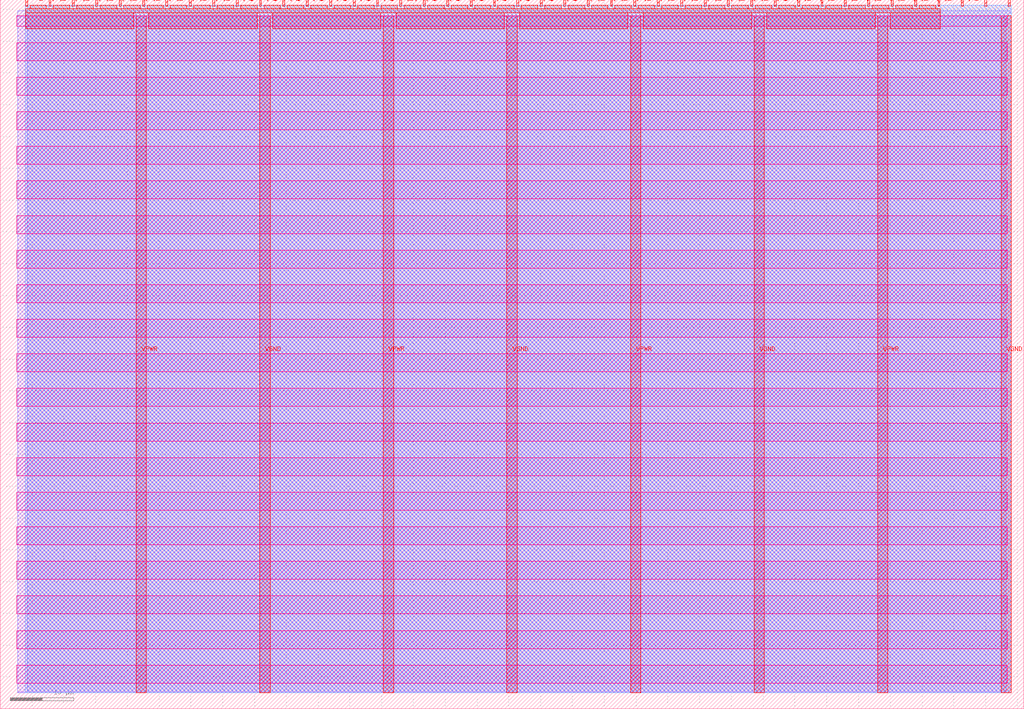
<source format=lef>
VERSION 5.7 ;
  NOWIREEXTENSIONATPIN ON ;
  DIVIDERCHAR "/" ;
  BUSBITCHARS "[]" ;
MACRO tt_um_wallace_hhrb98
  CLASS BLOCK ;
  FOREIGN tt_um_wallace_hhrb98 ;
  ORIGIN 0.000 0.000 ;
  SIZE 161.000 BY 111.520 ;
  PIN VGND
    DIRECTION INOUT ;
    USE GROUND ;
    PORT
      LAYER met4 ;
        RECT 40.830 2.480 42.430 109.040 ;
    END
    PORT
      LAYER met4 ;
        RECT 79.700 2.480 81.300 109.040 ;
    END
    PORT
      LAYER met4 ;
        RECT 118.570 2.480 120.170 109.040 ;
    END
    PORT
      LAYER met4 ;
        RECT 157.440 2.480 159.040 109.040 ;
    END
  END VGND
  PIN VPWR
    DIRECTION INOUT ;
    USE POWER ;
    PORT
      LAYER met4 ;
        RECT 21.395 2.480 22.995 109.040 ;
    END
    PORT
      LAYER met4 ;
        RECT 60.265 2.480 61.865 109.040 ;
    END
    PORT
      LAYER met4 ;
        RECT 99.135 2.480 100.735 109.040 ;
    END
    PORT
      LAYER met4 ;
        RECT 138.005 2.480 139.605 109.040 ;
    END
  END VPWR
  PIN clk
    DIRECTION INPUT ;
    USE SIGNAL ;
    PORT
      LAYER met4 ;
        RECT 154.870 110.520 155.170 111.520 ;
    END
  END clk
  PIN ena
    DIRECTION INPUT ;
    USE SIGNAL ;
    PORT
      LAYER met4 ;
        RECT 158.550 110.520 158.850 111.520 ;
    END
  END ena
  PIN rst_n
    DIRECTION INPUT ;
    USE SIGNAL ;
    PORT
      LAYER met4 ;
        RECT 151.190 110.520 151.490 111.520 ;
    END
  END rst_n
  PIN ui_in[0]
    DIRECTION INPUT ;
    USE SIGNAL ;
    ANTENNAGATEAREA 0.126000 ;
    PORT
      LAYER met4 ;
        RECT 147.510 110.520 147.810 111.520 ;
    END
  END ui_in[0]
  PIN ui_in[1]
    DIRECTION INPUT ;
    USE SIGNAL ;
    ANTENNAGATEAREA 0.213000 ;
    PORT
      LAYER met4 ;
        RECT 143.830 110.520 144.130 111.520 ;
    END
  END ui_in[1]
  PIN ui_in[2]
    DIRECTION INPUT ;
    USE SIGNAL ;
    ANTENNAGATEAREA 0.159000 ;
    PORT
      LAYER met4 ;
        RECT 140.150 110.520 140.450 111.520 ;
    END
  END ui_in[2]
  PIN ui_in[3]
    DIRECTION INPUT ;
    USE SIGNAL ;
    ANTENNAGATEAREA 0.213000 ;
    PORT
      LAYER met4 ;
        RECT 136.470 110.520 136.770 111.520 ;
    END
  END ui_in[3]
  PIN ui_in[4]
    DIRECTION INPUT ;
    USE SIGNAL ;
    ANTENNAGATEAREA 0.213000 ;
    PORT
      LAYER met4 ;
        RECT 132.790 110.520 133.090 111.520 ;
    END
  END ui_in[4]
  PIN ui_in[5]
    DIRECTION INPUT ;
    USE SIGNAL ;
    ANTENNAGATEAREA 0.159000 ;
    PORT
      LAYER met4 ;
        RECT 129.110 110.520 129.410 111.520 ;
    END
  END ui_in[5]
  PIN ui_in[6]
    DIRECTION INPUT ;
    USE SIGNAL ;
    ANTENNAGATEAREA 0.213000 ;
    PORT
      LAYER met4 ;
        RECT 125.430 110.520 125.730 111.520 ;
    END
  END ui_in[6]
  PIN ui_in[7]
    DIRECTION INPUT ;
    USE SIGNAL ;
    ANTENNAGATEAREA 0.213000 ;
    PORT
      LAYER met4 ;
        RECT 121.750 110.520 122.050 111.520 ;
    END
  END ui_in[7]
  PIN uio_in[0]
    DIRECTION INPUT ;
    USE SIGNAL ;
    PORT
      LAYER met4 ;
        RECT 118.070 110.520 118.370 111.520 ;
    END
  END uio_in[0]
  PIN uio_in[1]
    DIRECTION INPUT ;
    USE SIGNAL ;
    PORT
      LAYER met4 ;
        RECT 114.390 110.520 114.690 111.520 ;
    END
  END uio_in[1]
  PIN uio_in[2]
    DIRECTION INPUT ;
    USE SIGNAL ;
    PORT
      LAYER met4 ;
        RECT 110.710 110.520 111.010 111.520 ;
    END
  END uio_in[2]
  PIN uio_in[3]
    DIRECTION INPUT ;
    USE SIGNAL ;
    PORT
      LAYER met4 ;
        RECT 107.030 110.520 107.330 111.520 ;
    END
  END uio_in[3]
  PIN uio_in[4]
    DIRECTION INPUT ;
    USE SIGNAL ;
    PORT
      LAYER met4 ;
        RECT 103.350 110.520 103.650 111.520 ;
    END
  END uio_in[4]
  PIN uio_in[5]
    DIRECTION INPUT ;
    USE SIGNAL ;
    PORT
      LAYER met4 ;
        RECT 99.670 110.520 99.970 111.520 ;
    END
  END uio_in[5]
  PIN uio_in[6]
    DIRECTION INPUT ;
    USE SIGNAL ;
    PORT
      LAYER met4 ;
        RECT 95.990 110.520 96.290 111.520 ;
    END
  END uio_in[6]
  PIN uio_in[7]
    DIRECTION INPUT ;
    USE SIGNAL ;
    PORT
      LAYER met4 ;
        RECT 92.310 110.520 92.610 111.520 ;
    END
  END uio_in[7]
  PIN uio_oe[0]
    DIRECTION OUTPUT TRISTATE ;
    USE SIGNAL ;
    PORT
      LAYER met4 ;
        RECT 29.750 110.520 30.050 111.520 ;
    END
  END uio_oe[0]
  PIN uio_oe[1]
    DIRECTION OUTPUT TRISTATE ;
    USE SIGNAL ;
    PORT
      LAYER met4 ;
        RECT 26.070 110.520 26.370 111.520 ;
    END
  END uio_oe[1]
  PIN uio_oe[2]
    DIRECTION OUTPUT TRISTATE ;
    USE SIGNAL ;
    PORT
      LAYER met4 ;
        RECT 22.390 110.520 22.690 111.520 ;
    END
  END uio_oe[2]
  PIN uio_oe[3]
    DIRECTION OUTPUT TRISTATE ;
    USE SIGNAL ;
    PORT
      LAYER met4 ;
        RECT 18.710 110.520 19.010 111.520 ;
    END
  END uio_oe[3]
  PIN uio_oe[4]
    DIRECTION OUTPUT TRISTATE ;
    USE SIGNAL ;
    PORT
      LAYER met4 ;
        RECT 15.030 110.520 15.330 111.520 ;
    END
  END uio_oe[4]
  PIN uio_oe[5]
    DIRECTION OUTPUT TRISTATE ;
    USE SIGNAL ;
    PORT
      LAYER met4 ;
        RECT 11.350 110.520 11.650 111.520 ;
    END
  END uio_oe[5]
  PIN uio_oe[6]
    DIRECTION OUTPUT TRISTATE ;
    USE SIGNAL ;
    PORT
      LAYER met4 ;
        RECT 7.670 110.520 7.970 111.520 ;
    END
  END uio_oe[6]
  PIN uio_oe[7]
    DIRECTION OUTPUT TRISTATE ;
    USE SIGNAL ;
    PORT
      LAYER met4 ;
        RECT 3.990 110.520 4.290 111.520 ;
    END
  END uio_oe[7]
  PIN uio_out[0]
    DIRECTION OUTPUT TRISTATE ;
    USE SIGNAL ;
    PORT
      LAYER met4 ;
        RECT 59.190 110.520 59.490 111.520 ;
    END
  END uio_out[0]
  PIN uio_out[1]
    DIRECTION OUTPUT TRISTATE ;
    USE SIGNAL ;
    PORT
      LAYER met4 ;
        RECT 55.510 110.520 55.810 111.520 ;
    END
  END uio_out[1]
  PIN uio_out[2]
    DIRECTION OUTPUT TRISTATE ;
    USE SIGNAL ;
    PORT
      LAYER met4 ;
        RECT 51.830 110.520 52.130 111.520 ;
    END
  END uio_out[2]
  PIN uio_out[3]
    DIRECTION OUTPUT TRISTATE ;
    USE SIGNAL ;
    PORT
      LAYER met4 ;
        RECT 48.150 110.520 48.450 111.520 ;
    END
  END uio_out[3]
  PIN uio_out[4]
    DIRECTION OUTPUT TRISTATE ;
    USE SIGNAL ;
    PORT
      LAYER met4 ;
        RECT 44.470 110.520 44.770 111.520 ;
    END
  END uio_out[4]
  PIN uio_out[5]
    DIRECTION OUTPUT TRISTATE ;
    USE SIGNAL ;
    PORT
      LAYER met4 ;
        RECT 40.790 110.520 41.090 111.520 ;
    END
  END uio_out[5]
  PIN uio_out[6]
    DIRECTION OUTPUT TRISTATE ;
    USE SIGNAL ;
    PORT
      LAYER met4 ;
        RECT 37.110 110.520 37.410 111.520 ;
    END
  END uio_out[6]
  PIN uio_out[7]
    DIRECTION OUTPUT TRISTATE ;
    USE SIGNAL ;
    PORT
      LAYER met4 ;
        RECT 33.430 110.520 33.730 111.520 ;
    END
  END uio_out[7]
  PIN uo_out[0]
    DIRECTION OUTPUT TRISTATE ;
    USE SIGNAL ;
    ANTENNAGATEAREA 0.126000 ;
    ANTENNADIFFAREA 0.795200 ;
    PORT
      LAYER met4 ;
        RECT 88.630 110.520 88.930 111.520 ;
    END
  END uo_out[0]
  PIN uo_out[1]
    DIRECTION OUTPUT TRISTATE ;
    USE SIGNAL ;
    ANTENNADIFFAREA 0.445500 ;
    PORT
      LAYER met4 ;
        RECT 84.950 110.520 85.250 111.520 ;
    END
  END uo_out[1]
  PIN uo_out[2]
    DIRECTION OUTPUT TRISTATE ;
    USE SIGNAL ;
    ANTENNADIFFAREA 0.445500 ;
    PORT
      LAYER met4 ;
        RECT 81.270 110.520 81.570 111.520 ;
    END
  END uo_out[2]
  PIN uo_out[3]
    DIRECTION OUTPUT TRISTATE ;
    USE SIGNAL ;
    ANTENNADIFFAREA 0.445500 ;
    PORT
      LAYER met4 ;
        RECT 77.590 110.520 77.890 111.520 ;
    END
  END uo_out[3]
  PIN uo_out[4]
    DIRECTION OUTPUT TRISTATE ;
    USE SIGNAL ;
    ANTENNADIFFAREA 0.445500 ;
    PORT
      LAYER met4 ;
        RECT 73.910 110.520 74.210 111.520 ;
    END
  END uo_out[4]
  PIN uo_out[5]
    DIRECTION OUTPUT TRISTATE ;
    USE SIGNAL ;
    ANTENNADIFFAREA 0.445500 ;
    PORT
      LAYER met4 ;
        RECT 70.230 110.520 70.530 111.520 ;
    END
  END uo_out[5]
  PIN uo_out[6]
    DIRECTION OUTPUT TRISTATE ;
    USE SIGNAL ;
    ANTENNADIFFAREA 0.445500 ;
    PORT
      LAYER met4 ;
        RECT 66.550 110.520 66.850 111.520 ;
    END
  END uo_out[6]
  PIN uo_out[7]
    DIRECTION OUTPUT TRISTATE ;
    USE SIGNAL ;
    ANTENNADIFFAREA 0.445500 ;
    PORT
      LAYER met4 ;
        RECT 62.870 110.520 63.170 111.520 ;
    END
  END uo_out[7]
  OBS
      LAYER nwell ;
        RECT 2.570 107.385 158.430 108.990 ;
        RECT 2.570 101.945 158.430 104.775 ;
        RECT 2.570 96.505 158.430 99.335 ;
        RECT 2.570 91.065 158.430 93.895 ;
        RECT 2.570 85.625 158.430 88.455 ;
        RECT 2.570 80.185 158.430 83.015 ;
        RECT 2.570 74.745 158.430 77.575 ;
        RECT 2.570 69.305 158.430 72.135 ;
        RECT 2.570 63.865 158.430 66.695 ;
        RECT 2.570 58.425 158.430 61.255 ;
        RECT 2.570 52.985 158.430 55.815 ;
        RECT 2.570 47.545 158.430 50.375 ;
        RECT 2.570 42.105 158.430 44.935 ;
        RECT 2.570 36.665 158.430 39.495 ;
        RECT 2.570 31.225 158.430 34.055 ;
        RECT 2.570 25.785 158.430 28.615 ;
        RECT 2.570 20.345 158.430 23.175 ;
        RECT 2.570 14.905 158.430 17.735 ;
        RECT 2.570 9.465 158.430 12.295 ;
        RECT 2.570 4.025 158.430 6.855 ;
      LAYER li1 ;
        RECT 2.760 2.635 158.240 108.885 ;
      LAYER met1 ;
        RECT 2.760 2.480 159.040 109.780 ;
      LAYER met2 ;
        RECT 4.230 2.535 159.010 110.685 ;
      LAYER met3 ;
        RECT 3.950 2.555 159.030 110.665 ;
      LAYER met4 ;
        RECT 4.690 110.120 7.270 110.665 ;
        RECT 8.370 110.120 10.950 110.665 ;
        RECT 12.050 110.120 14.630 110.665 ;
        RECT 15.730 110.120 18.310 110.665 ;
        RECT 19.410 110.120 21.990 110.665 ;
        RECT 23.090 110.120 25.670 110.665 ;
        RECT 26.770 110.120 29.350 110.665 ;
        RECT 30.450 110.120 33.030 110.665 ;
        RECT 34.130 110.120 36.710 110.665 ;
        RECT 37.810 110.120 40.390 110.665 ;
        RECT 41.490 110.120 44.070 110.665 ;
        RECT 45.170 110.120 47.750 110.665 ;
        RECT 48.850 110.120 51.430 110.665 ;
        RECT 52.530 110.120 55.110 110.665 ;
        RECT 56.210 110.120 58.790 110.665 ;
        RECT 59.890 110.120 62.470 110.665 ;
        RECT 63.570 110.120 66.150 110.665 ;
        RECT 67.250 110.120 69.830 110.665 ;
        RECT 70.930 110.120 73.510 110.665 ;
        RECT 74.610 110.120 77.190 110.665 ;
        RECT 78.290 110.120 80.870 110.665 ;
        RECT 81.970 110.120 84.550 110.665 ;
        RECT 85.650 110.120 88.230 110.665 ;
        RECT 89.330 110.120 91.910 110.665 ;
        RECT 93.010 110.120 95.590 110.665 ;
        RECT 96.690 110.120 99.270 110.665 ;
        RECT 100.370 110.120 102.950 110.665 ;
        RECT 104.050 110.120 106.630 110.665 ;
        RECT 107.730 110.120 110.310 110.665 ;
        RECT 111.410 110.120 113.990 110.665 ;
        RECT 115.090 110.120 117.670 110.665 ;
        RECT 118.770 110.120 121.350 110.665 ;
        RECT 122.450 110.120 125.030 110.665 ;
        RECT 126.130 110.120 128.710 110.665 ;
        RECT 129.810 110.120 132.390 110.665 ;
        RECT 133.490 110.120 136.070 110.665 ;
        RECT 137.170 110.120 139.750 110.665 ;
        RECT 140.850 110.120 143.430 110.665 ;
        RECT 144.530 110.120 147.110 110.665 ;
        RECT 3.975 109.440 147.825 110.120 ;
        RECT 3.975 106.935 20.995 109.440 ;
        RECT 23.395 106.935 40.430 109.440 ;
        RECT 42.830 106.935 59.865 109.440 ;
        RECT 62.265 106.935 79.300 109.440 ;
        RECT 81.700 106.935 98.735 109.440 ;
        RECT 101.135 106.935 118.170 109.440 ;
        RECT 120.570 106.935 137.605 109.440 ;
        RECT 140.005 106.935 147.825 109.440 ;
  END
END tt_um_wallace_hhrb98
END LIBRARY


</source>
